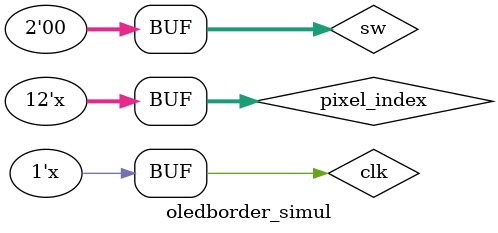
<source format=v>
`timescale 1ns / 1ps


module oledborder_simul(

    );
    reg [11:0]pixel_index = 12'b0;
    reg [1:0]sw = 2'b0;
    reg clk = 0;
    wire [15:0]pixel_data;
    
    always begin
        #10 pixel_index = pixel_index + 46;
        #10 pixel_index = pixel_index + 50;
    end
    
    always begin
           #5 clk = ~clk;
    end
    
    oledborder dut (clk, pixel_index, sw, pixel_data);
endmodule

</source>
